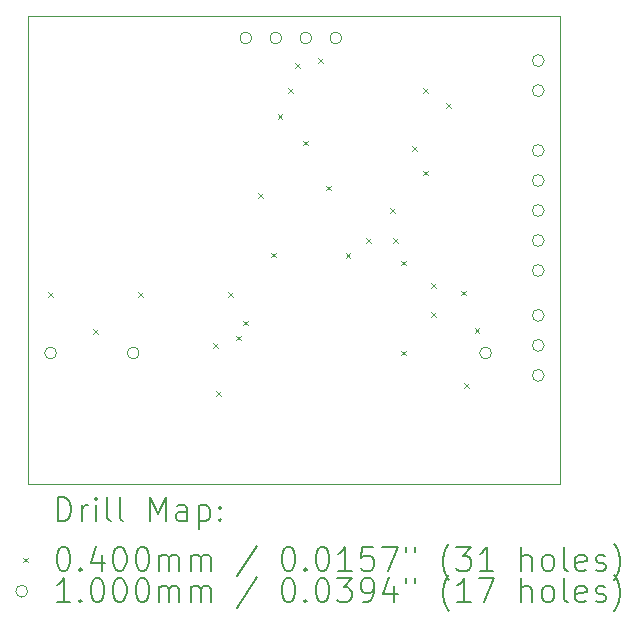
<source format=gbr>
%FSLAX45Y45*%
G04 Gerber Fmt 4.5, Leading zero omitted, Abs format (unit mm)*
G04 Created by KiCad (PCBNEW (6.0.0-0)) date 2022-02-18 10:34:28*
%MOMM*%
%LPD*%
G01*
G04 APERTURE LIST*
%TA.AperFunction,Profile*%
%ADD10C,0.100000*%
%TD*%
%ADD11C,0.200000*%
%ADD12C,0.040000*%
%ADD13C,0.100000*%
G04 APERTURE END LIST*
D10*
X0Y-635000D02*
X4500000Y-635000D01*
X4500000Y-635000D02*
X4500000Y-4600000D01*
X4500000Y-4600000D02*
X0Y-4600000D01*
X0Y-4600000D02*
X0Y-635000D01*
D11*
D12*
X170750Y-2975000D02*
X210750Y-3015000D01*
X210750Y-2975000D02*
X170750Y-3015000D01*
X551500Y-3290950D02*
X591500Y-3330950D01*
X591500Y-3290950D02*
X551500Y-3330950D01*
X932750Y-2975000D02*
X972750Y-3015000D01*
X972750Y-2975000D02*
X932750Y-3015000D01*
X1567500Y-3409000D02*
X1607500Y-3449000D01*
X1607500Y-3409000D02*
X1567500Y-3449000D01*
X1590000Y-3814000D02*
X1630000Y-3854000D01*
X1630000Y-3814000D02*
X1590000Y-3854000D01*
X1694750Y-2975000D02*
X1734750Y-3015000D01*
X1734750Y-2975000D02*
X1694750Y-3015000D01*
X1758000Y-3345500D02*
X1798000Y-3385500D01*
X1798000Y-3345500D02*
X1758000Y-3385500D01*
X1821500Y-3218500D02*
X1861500Y-3258500D01*
X1861500Y-3218500D02*
X1821500Y-3258500D01*
X1948500Y-2139000D02*
X1988500Y-2179000D01*
X1988500Y-2139000D02*
X1948500Y-2179000D01*
X2056000Y-2642000D02*
X2096000Y-2682000D01*
X2096000Y-2642000D02*
X2056000Y-2682000D01*
X2112000Y-1470000D02*
X2152000Y-1510000D01*
X2152000Y-1470000D02*
X2112000Y-1510000D01*
X2201500Y-1250000D02*
X2241500Y-1290000D01*
X2241500Y-1250000D02*
X2201500Y-1290000D01*
X2258050Y-1035099D02*
X2298050Y-1075099D01*
X2298050Y-1035099D02*
X2258050Y-1075099D01*
X2329500Y-1694500D02*
X2369500Y-1734500D01*
X2369500Y-1694500D02*
X2329500Y-1734500D01*
X2456500Y-996000D02*
X2496500Y-1036000D01*
X2496500Y-996000D02*
X2456500Y-1036000D01*
X2520000Y-2075500D02*
X2560000Y-2115500D01*
X2560000Y-2075500D02*
X2520000Y-2115500D01*
X2688000Y-2648000D02*
X2728000Y-2688000D01*
X2728000Y-2648000D02*
X2688000Y-2688000D01*
X2864500Y-2520000D02*
X2904500Y-2560000D01*
X2904500Y-2520000D02*
X2864500Y-2560000D01*
X3064500Y-2266000D02*
X3104500Y-2306000D01*
X3104500Y-2266000D02*
X3064500Y-2306000D01*
X3091500Y-2520000D02*
X3131500Y-2560000D01*
X3131500Y-2520000D02*
X3091500Y-2560000D01*
X3155000Y-2710500D02*
X3195000Y-2750500D01*
X3195000Y-2710500D02*
X3155000Y-2750500D01*
X3155000Y-3472500D02*
X3195000Y-3512500D01*
X3195000Y-3472500D02*
X3155000Y-3512500D01*
X3250000Y-1740000D02*
X3290000Y-1780000D01*
X3290000Y-1740000D02*
X3250000Y-1780000D01*
X3345500Y-1250000D02*
X3385500Y-1290000D01*
X3385500Y-1250000D02*
X3345500Y-1290000D01*
X3345500Y-1948500D02*
X3385500Y-1988500D01*
X3385500Y-1948500D02*
X3345500Y-1988500D01*
X3409000Y-2901000D02*
X3449000Y-2941000D01*
X3449000Y-2901000D02*
X3409000Y-2941000D01*
X3409000Y-3146050D02*
X3449000Y-3186050D01*
X3449000Y-3146050D02*
X3409000Y-3186050D01*
X3536000Y-1377000D02*
X3576000Y-1417000D01*
X3576000Y-1377000D02*
X3536000Y-1417000D01*
X3663000Y-2964500D02*
X3703000Y-3004500D01*
X3703000Y-2964500D02*
X3663000Y-3004500D01*
X3689000Y-3747000D02*
X3729000Y-3787000D01*
X3729000Y-3747000D02*
X3689000Y-3787000D01*
X3781050Y-3282000D02*
X3821050Y-3322000D01*
X3821050Y-3282000D02*
X3781050Y-3322000D01*
D13*
X240500Y-3492500D02*
G75*
G03*
X240500Y-3492500I-50000J0D01*
G01*
X939000Y-3492500D02*
G75*
G03*
X939000Y-3492500I-50000J0D01*
G01*
X1892500Y-825500D02*
G75*
G03*
X1892500Y-825500I-50000J0D01*
G01*
X2146500Y-825500D02*
G75*
G03*
X2146500Y-825500I-50000J0D01*
G01*
X2400500Y-825500D02*
G75*
G03*
X2400500Y-825500I-50000J0D01*
G01*
X2654500Y-825500D02*
G75*
G03*
X2654500Y-825500I-50000J0D01*
G01*
X3923500Y-3492500D02*
G75*
G03*
X3923500Y-3492500I-50000J0D01*
G01*
X4368000Y-1016500D02*
G75*
G03*
X4368000Y-1016500I-50000J0D01*
G01*
X4368000Y-1270500D02*
G75*
G03*
X4368000Y-1270500I-50000J0D01*
G01*
X4368000Y-1778000D02*
G75*
G03*
X4368000Y-1778000I-50000J0D01*
G01*
X4368000Y-2032000D02*
G75*
G03*
X4368000Y-2032000I-50000J0D01*
G01*
X4368000Y-2286000D02*
G75*
G03*
X4368000Y-2286000I-50000J0D01*
G01*
X4368000Y-2540000D02*
G75*
G03*
X4368000Y-2540000I-50000J0D01*
G01*
X4368000Y-2794000D02*
G75*
G03*
X4368000Y-2794000I-50000J0D01*
G01*
X4368000Y-3173500D02*
G75*
G03*
X4368000Y-3173500I-50000J0D01*
G01*
X4368000Y-3427500D02*
G75*
G03*
X4368000Y-3427500I-50000J0D01*
G01*
X4368000Y-3681500D02*
G75*
G03*
X4368000Y-3681500I-50000J0D01*
G01*
D11*
X252619Y-4915476D02*
X252619Y-4715476D01*
X300238Y-4715476D01*
X328810Y-4725000D01*
X347857Y-4744048D01*
X357381Y-4763095D01*
X366905Y-4801190D01*
X366905Y-4829762D01*
X357381Y-4867857D01*
X347857Y-4886905D01*
X328810Y-4905952D01*
X300238Y-4915476D01*
X252619Y-4915476D01*
X452619Y-4915476D02*
X452619Y-4782143D01*
X452619Y-4820238D02*
X462143Y-4801190D01*
X471667Y-4791667D01*
X490714Y-4782143D01*
X509762Y-4782143D01*
X576429Y-4915476D02*
X576429Y-4782143D01*
X576429Y-4715476D02*
X566905Y-4725000D01*
X576429Y-4734524D01*
X585952Y-4725000D01*
X576429Y-4715476D01*
X576429Y-4734524D01*
X700238Y-4915476D02*
X681190Y-4905952D01*
X671667Y-4886905D01*
X671667Y-4715476D01*
X805000Y-4915476D02*
X785952Y-4905952D01*
X776428Y-4886905D01*
X776428Y-4715476D01*
X1033571Y-4915476D02*
X1033571Y-4715476D01*
X1100238Y-4858333D01*
X1166905Y-4715476D01*
X1166905Y-4915476D01*
X1347857Y-4915476D02*
X1347857Y-4810714D01*
X1338333Y-4791667D01*
X1319286Y-4782143D01*
X1281190Y-4782143D01*
X1262143Y-4791667D01*
X1347857Y-4905952D02*
X1328810Y-4915476D01*
X1281190Y-4915476D01*
X1262143Y-4905952D01*
X1252619Y-4886905D01*
X1252619Y-4867857D01*
X1262143Y-4848810D01*
X1281190Y-4839286D01*
X1328810Y-4839286D01*
X1347857Y-4829762D01*
X1443095Y-4782143D02*
X1443095Y-4982143D01*
X1443095Y-4791667D02*
X1462143Y-4782143D01*
X1500238Y-4782143D01*
X1519286Y-4791667D01*
X1528809Y-4801190D01*
X1538333Y-4820238D01*
X1538333Y-4877381D01*
X1528809Y-4896429D01*
X1519286Y-4905952D01*
X1500238Y-4915476D01*
X1462143Y-4915476D01*
X1443095Y-4905952D01*
X1624048Y-4896429D02*
X1633571Y-4905952D01*
X1624048Y-4915476D01*
X1614524Y-4905952D01*
X1624048Y-4896429D01*
X1624048Y-4915476D01*
X1624048Y-4791667D02*
X1633571Y-4801190D01*
X1624048Y-4810714D01*
X1614524Y-4801190D01*
X1624048Y-4791667D01*
X1624048Y-4810714D01*
D12*
X-45000Y-5225000D02*
X-5000Y-5265000D01*
X-5000Y-5225000D02*
X-45000Y-5265000D01*
D11*
X290714Y-5135476D02*
X309762Y-5135476D01*
X328810Y-5145000D01*
X338333Y-5154524D01*
X347857Y-5173571D01*
X357381Y-5211667D01*
X357381Y-5259286D01*
X347857Y-5297381D01*
X338333Y-5316429D01*
X328810Y-5325952D01*
X309762Y-5335476D01*
X290714Y-5335476D01*
X271667Y-5325952D01*
X262143Y-5316429D01*
X252619Y-5297381D01*
X243095Y-5259286D01*
X243095Y-5211667D01*
X252619Y-5173571D01*
X262143Y-5154524D01*
X271667Y-5145000D01*
X290714Y-5135476D01*
X443095Y-5316429D02*
X452619Y-5325952D01*
X443095Y-5335476D01*
X433571Y-5325952D01*
X443095Y-5316429D01*
X443095Y-5335476D01*
X624048Y-5202143D02*
X624048Y-5335476D01*
X576429Y-5125952D02*
X528810Y-5268810D01*
X652619Y-5268810D01*
X766905Y-5135476D02*
X785952Y-5135476D01*
X805000Y-5145000D01*
X814524Y-5154524D01*
X824048Y-5173571D01*
X833571Y-5211667D01*
X833571Y-5259286D01*
X824048Y-5297381D01*
X814524Y-5316429D01*
X805000Y-5325952D01*
X785952Y-5335476D01*
X766905Y-5335476D01*
X747857Y-5325952D01*
X738333Y-5316429D01*
X728809Y-5297381D01*
X719286Y-5259286D01*
X719286Y-5211667D01*
X728809Y-5173571D01*
X738333Y-5154524D01*
X747857Y-5145000D01*
X766905Y-5135476D01*
X957381Y-5135476D02*
X976428Y-5135476D01*
X995476Y-5145000D01*
X1005000Y-5154524D01*
X1014524Y-5173571D01*
X1024048Y-5211667D01*
X1024048Y-5259286D01*
X1014524Y-5297381D01*
X1005000Y-5316429D01*
X995476Y-5325952D01*
X976428Y-5335476D01*
X957381Y-5335476D01*
X938333Y-5325952D01*
X928809Y-5316429D01*
X919286Y-5297381D01*
X909762Y-5259286D01*
X909762Y-5211667D01*
X919286Y-5173571D01*
X928809Y-5154524D01*
X938333Y-5145000D01*
X957381Y-5135476D01*
X1109762Y-5335476D02*
X1109762Y-5202143D01*
X1109762Y-5221190D02*
X1119286Y-5211667D01*
X1138333Y-5202143D01*
X1166905Y-5202143D01*
X1185952Y-5211667D01*
X1195476Y-5230714D01*
X1195476Y-5335476D01*
X1195476Y-5230714D02*
X1205000Y-5211667D01*
X1224048Y-5202143D01*
X1252619Y-5202143D01*
X1271667Y-5211667D01*
X1281190Y-5230714D01*
X1281190Y-5335476D01*
X1376429Y-5335476D02*
X1376429Y-5202143D01*
X1376429Y-5221190D02*
X1385952Y-5211667D01*
X1405000Y-5202143D01*
X1433571Y-5202143D01*
X1452619Y-5211667D01*
X1462143Y-5230714D01*
X1462143Y-5335476D01*
X1462143Y-5230714D02*
X1471667Y-5211667D01*
X1490714Y-5202143D01*
X1519286Y-5202143D01*
X1538333Y-5211667D01*
X1547857Y-5230714D01*
X1547857Y-5335476D01*
X1938333Y-5125952D02*
X1766905Y-5383095D01*
X2195476Y-5135476D02*
X2214524Y-5135476D01*
X2233571Y-5145000D01*
X2243095Y-5154524D01*
X2252619Y-5173571D01*
X2262143Y-5211667D01*
X2262143Y-5259286D01*
X2252619Y-5297381D01*
X2243095Y-5316429D01*
X2233571Y-5325952D01*
X2214524Y-5335476D01*
X2195476Y-5335476D01*
X2176429Y-5325952D01*
X2166905Y-5316429D01*
X2157381Y-5297381D01*
X2147857Y-5259286D01*
X2147857Y-5211667D01*
X2157381Y-5173571D01*
X2166905Y-5154524D01*
X2176429Y-5145000D01*
X2195476Y-5135476D01*
X2347857Y-5316429D02*
X2357381Y-5325952D01*
X2347857Y-5335476D01*
X2338333Y-5325952D01*
X2347857Y-5316429D01*
X2347857Y-5335476D01*
X2481190Y-5135476D02*
X2500238Y-5135476D01*
X2519286Y-5145000D01*
X2528810Y-5154524D01*
X2538333Y-5173571D01*
X2547857Y-5211667D01*
X2547857Y-5259286D01*
X2538333Y-5297381D01*
X2528810Y-5316429D01*
X2519286Y-5325952D01*
X2500238Y-5335476D01*
X2481190Y-5335476D01*
X2462143Y-5325952D01*
X2452619Y-5316429D01*
X2443095Y-5297381D01*
X2433571Y-5259286D01*
X2433571Y-5211667D01*
X2443095Y-5173571D01*
X2452619Y-5154524D01*
X2462143Y-5145000D01*
X2481190Y-5135476D01*
X2738333Y-5335476D02*
X2624048Y-5335476D01*
X2681190Y-5335476D02*
X2681190Y-5135476D01*
X2662143Y-5164048D01*
X2643095Y-5183095D01*
X2624048Y-5192619D01*
X2919286Y-5135476D02*
X2824048Y-5135476D01*
X2814524Y-5230714D01*
X2824048Y-5221190D01*
X2843095Y-5211667D01*
X2890714Y-5211667D01*
X2909762Y-5221190D01*
X2919286Y-5230714D01*
X2928809Y-5249762D01*
X2928809Y-5297381D01*
X2919286Y-5316429D01*
X2909762Y-5325952D01*
X2890714Y-5335476D01*
X2843095Y-5335476D01*
X2824048Y-5325952D01*
X2814524Y-5316429D01*
X2995476Y-5135476D02*
X3128809Y-5135476D01*
X3043095Y-5335476D01*
X3195476Y-5135476D02*
X3195476Y-5173571D01*
X3271667Y-5135476D02*
X3271667Y-5173571D01*
X3566905Y-5411667D02*
X3557381Y-5402143D01*
X3538333Y-5373571D01*
X3528809Y-5354524D01*
X3519286Y-5325952D01*
X3509762Y-5278333D01*
X3509762Y-5240238D01*
X3519286Y-5192619D01*
X3528809Y-5164048D01*
X3538333Y-5145000D01*
X3557381Y-5116429D01*
X3566905Y-5106905D01*
X3624048Y-5135476D02*
X3747857Y-5135476D01*
X3681190Y-5211667D01*
X3709762Y-5211667D01*
X3728809Y-5221190D01*
X3738333Y-5230714D01*
X3747857Y-5249762D01*
X3747857Y-5297381D01*
X3738333Y-5316429D01*
X3728809Y-5325952D01*
X3709762Y-5335476D01*
X3652619Y-5335476D01*
X3633571Y-5325952D01*
X3624048Y-5316429D01*
X3938333Y-5335476D02*
X3824048Y-5335476D01*
X3881190Y-5335476D02*
X3881190Y-5135476D01*
X3862143Y-5164048D01*
X3843095Y-5183095D01*
X3824048Y-5192619D01*
X4176428Y-5335476D02*
X4176428Y-5135476D01*
X4262143Y-5335476D02*
X4262143Y-5230714D01*
X4252619Y-5211667D01*
X4233571Y-5202143D01*
X4205000Y-5202143D01*
X4185952Y-5211667D01*
X4176428Y-5221190D01*
X4385952Y-5335476D02*
X4366905Y-5325952D01*
X4357381Y-5316429D01*
X4347857Y-5297381D01*
X4347857Y-5240238D01*
X4357381Y-5221190D01*
X4366905Y-5211667D01*
X4385952Y-5202143D01*
X4414524Y-5202143D01*
X4433571Y-5211667D01*
X4443095Y-5221190D01*
X4452619Y-5240238D01*
X4452619Y-5297381D01*
X4443095Y-5316429D01*
X4433571Y-5325952D01*
X4414524Y-5335476D01*
X4385952Y-5335476D01*
X4566905Y-5335476D02*
X4547857Y-5325952D01*
X4538333Y-5306905D01*
X4538333Y-5135476D01*
X4719286Y-5325952D02*
X4700238Y-5335476D01*
X4662143Y-5335476D01*
X4643095Y-5325952D01*
X4633571Y-5306905D01*
X4633571Y-5230714D01*
X4643095Y-5211667D01*
X4662143Y-5202143D01*
X4700238Y-5202143D01*
X4719286Y-5211667D01*
X4728810Y-5230714D01*
X4728810Y-5249762D01*
X4633571Y-5268810D01*
X4805000Y-5325952D02*
X4824048Y-5335476D01*
X4862143Y-5335476D01*
X4881190Y-5325952D01*
X4890714Y-5306905D01*
X4890714Y-5297381D01*
X4881190Y-5278333D01*
X4862143Y-5268810D01*
X4833571Y-5268810D01*
X4814524Y-5259286D01*
X4805000Y-5240238D01*
X4805000Y-5230714D01*
X4814524Y-5211667D01*
X4833571Y-5202143D01*
X4862143Y-5202143D01*
X4881190Y-5211667D01*
X4957381Y-5411667D02*
X4966905Y-5402143D01*
X4985952Y-5373571D01*
X4995476Y-5354524D01*
X5005000Y-5325952D01*
X5014524Y-5278333D01*
X5014524Y-5240238D01*
X5005000Y-5192619D01*
X4995476Y-5164048D01*
X4985952Y-5145000D01*
X4966905Y-5116429D01*
X4957381Y-5106905D01*
D13*
X-5000Y-5509000D02*
G75*
G03*
X-5000Y-5509000I-50000J0D01*
G01*
D11*
X357381Y-5599476D02*
X243095Y-5599476D01*
X300238Y-5599476D02*
X300238Y-5399476D01*
X281190Y-5428048D01*
X262143Y-5447095D01*
X243095Y-5456619D01*
X443095Y-5580429D02*
X452619Y-5589952D01*
X443095Y-5599476D01*
X433571Y-5589952D01*
X443095Y-5580429D01*
X443095Y-5599476D01*
X576429Y-5399476D02*
X595476Y-5399476D01*
X614524Y-5409000D01*
X624048Y-5418524D01*
X633571Y-5437571D01*
X643095Y-5475667D01*
X643095Y-5523286D01*
X633571Y-5561381D01*
X624048Y-5580429D01*
X614524Y-5589952D01*
X595476Y-5599476D01*
X576429Y-5599476D01*
X557381Y-5589952D01*
X547857Y-5580429D01*
X538333Y-5561381D01*
X528810Y-5523286D01*
X528810Y-5475667D01*
X538333Y-5437571D01*
X547857Y-5418524D01*
X557381Y-5409000D01*
X576429Y-5399476D01*
X766905Y-5399476D02*
X785952Y-5399476D01*
X805000Y-5409000D01*
X814524Y-5418524D01*
X824048Y-5437571D01*
X833571Y-5475667D01*
X833571Y-5523286D01*
X824048Y-5561381D01*
X814524Y-5580429D01*
X805000Y-5589952D01*
X785952Y-5599476D01*
X766905Y-5599476D01*
X747857Y-5589952D01*
X738333Y-5580429D01*
X728809Y-5561381D01*
X719286Y-5523286D01*
X719286Y-5475667D01*
X728809Y-5437571D01*
X738333Y-5418524D01*
X747857Y-5409000D01*
X766905Y-5399476D01*
X957381Y-5399476D02*
X976428Y-5399476D01*
X995476Y-5409000D01*
X1005000Y-5418524D01*
X1014524Y-5437571D01*
X1024048Y-5475667D01*
X1024048Y-5523286D01*
X1014524Y-5561381D01*
X1005000Y-5580429D01*
X995476Y-5589952D01*
X976428Y-5599476D01*
X957381Y-5599476D01*
X938333Y-5589952D01*
X928809Y-5580429D01*
X919286Y-5561381D01*
X909762Y-5523286D01*
X909762Y-5475667D01*
X919286Y-5437571D01*
X928809Y-5418524D01*
X938333Y-5409000D01*
X957381Y-5399476D01*
X1109762Y-5599476D02*
X1109762Y-5466143D01*
X1109762Y-5485190D02*
X1119286Y-5475667D01*
X1138333Y-5466143D01*
X1166905Y-5466143D01*
X1185952Y-5475667D01*
X1195476Y-5494714D01*
X1195476Y-5599476D01*
X1195476Y-5494714D02*
X1205000Y-5475667D01*
X1224048Y-5466143D01*
X1252619Y-5466143D01*
X1271667Y-5475667D01*
X1281190Y-5494714D01*
X1281190Y-5599476D01*
X1376429Y-5599476D02*
X1376429Y-5466143D01*
X1376429Y-5485190D02*
X1385952Y-5475667D01*
X1405000Y-5466143D01*
X1433571Y-5466143D01*
X1452619Y-5475667D01*
X1462143Y-5494714D01*
X1462143Y-5599476D01*
X1462143Y-5494714D02*
X1471667Y-5475667D01*
X1490714Y-5466143D01*
X1519286Y-5466143D01*
X1538333Y-5475667D01*
X1547857Y-5494714D01*
X1547857Y-5599476D01*
X1938333Y-5389952D02*
X1766905Y-5647095D01*
X2195476Y-5399476D02*
X2214524Y-5399476D01*
X2233571Y-5409000D01*
X2243095Y-5418524D01*
X2252619Y-5437571D01*
X2262143Y-5475667D01*
X2262143Y-5523286D01*
X2252619Y-5561381D01*
X2243095Y-5580429D01*
X2233571Y-5589952D01*
X2214524Y-5599476D01*
X2195476Y-5599476D01*
X2176429Y-5589952D01*
X2166905Y-5580429D01*
X2157381Y-5561381D01*
X2147857Y-5523286D01*
X2147857Y-5475667D01*
X2157381Y-5437571D01*
X2166905Y-5418524D01*
X2176429Y-5409000D01*
X2195476Y-5399476D01*
X2347857Y-5580429D02*
X2357381Y-5589952D01*
X2347857Y-5599476D01*
X2338333Y-5589952D01*
X2347857Y-5580429D01*
X2347857Y-5599476D01*
X2481190Y-5399476D02*
X2500238Y-5399476D01*
X2519286Y-5409000D01*
X2528810Y-5418524D01*
X2538333Y-5437571D01*
X2547857Y-5475667D01*
X2547857Y-5523286D01*
X2538333Y-5561381D01*
X2528810Y-5580429D01*
X2519286Y-5589952D01*
X2500238Y-5599476D01*
X2481190Y-5599476D01*
X2462143Y-5589952D01*
X2452619Y-5580429D01*
X2443095Y-5561381D01*
X2433571Y-5523286D01*
X2433571Y-5475667D01*
X2443095Y-5437571D01*
X2452619Y-5418524D01*
X2462143Y-5409000D01*
X2481190Y-5399476D01*
X2614524Y-5399476D02*
X2738333Y-5399476D01*
X2671667Y-5475667D01*
X2700238Y-5475667D01*
X2719286Y-5485190D01*
X2728810Y-5494714D01*
X2738333Y-5513762D01*
X2738333Y-5561381D01*
X2728810Y-5580429D01*
X2719286Y-5589952D01*
X2700238Y-5599476D01*
X2643095Y-5599476D01*
X2624048Y-5589952D01*
X2614524Y-5580429D01*
X2833571Y-5599476D02*
X2871667Y-5599476D01*
X2890714Y-5589952D01*
X2900238Y-5580429D01*
X2919286Y-5551857D01*
X2928809Y-5513762D01*
X2928809Y-5437571D01*
X2919286Y-5418524D01*
X2909762Y-5409000D01*
X2890714Y-5399476D01*
X2852619Y-5399476D01*
X2833571Y-5409000D01*
X2824048Y-5418524D01*
X2814524Y-5437571D01*
X2814524Y-5485190D01*
X2824048Y-5504238D01*
X2833571Y-5513762D01*
X2852619Y-5523286D01*
X2890714Y-5523286D01*
X2909762Y-5513762D01*
X2919286Y-5504238D01*
X2928809Y-5485190D01*
X3100238Y-5466143D02*
X3100238Y-5599476D01*
X3052619Y-5389952D02*
X3005000Y-5532810D01*
X3128809Y-5532810D01*
X3195476Y-5399476D02*
X3195476Y-5437571D01*
X3271667Y-5399476D02*
X3271667Y-5437571D01*
X3566905Y-5675667D02*
X3557381Y-5666143D01*
X3538333Y-5637571D01*
X3528809Y-5618524D01*
X3519286Y-5589952D01*
X3509762Y-5542333D01*
X3509762Y-5504238D01*
X3519286Y-5456619D01*
X3528809Y-5428048D01*
X3538333Y-5409000D01*
X3557381Y-5380429D01*
X3566905Y-5370905D01*
X3747857Y-5599476D02*
X3633571Y-5599476D01*
X3690714Y-5599476D02*
X3690714Y-5399476D01*
X3671667Y-5428048D01*
X3652619Y-5447095D01*
X3633571Y-5456619D01*
X3814524Y-5399476D02*
X3947857Y-5399476D01*
X3862143Y-5599476D01*
X4176428Y-5599476D02*
X4176428Y-5399476D01*
X4262143Y-5599476D02*
X4262143Y-5494714D01*
X4252619Y-5475667D01*
X4233571Y-5466143D01*
X4205000Y-5466143D01*
X4185952Y-5475667D01*
X4176428Y-5485190D01*
X4385952Y-5599476D02*
X4366905Y-5589952D01*
X4357381Y-5580429D01*
X4347857Y-5561381D01*
X4347857Y-5504238D01*
X4357381Y-5485190D01*
X4366905Y-5475667D01*
X4385952Y-5466143D01*
X4414524Y-5466143D01*
X4433571Y-5475667D01*
X4443095Y-5485190D01*
X4452619Y-5504238D01*
X4452619Y-5561381D01*
X4443095Y-5580429D01*
X4433571Y-5589952D01*
X4414524Y-5599476D01*
X4385952Y-5599476D01*
X4566905Y-5599476D02*
X4547857Y-5589952D01*
X4538333Y-5570905D01*
X4538333Y-5399476D01*
X4719286Y-5589952D02*
X4700238Y-5599476D01*
X4662143Y-5599476D01*
X4643095Y-5589952D01*
X4633571Y-5570905D01*
X4633571Y-5494714D01*
X4643095Y-5475667D01*
X4662143Y-5466143D01*
X4700238Y-5466143D01*
X4719286Y-5475667D01*
X4728810Y-5494714D01*
X4728810Y-5513762D01*
X4633571Y-5532810D01*
X4805000Y-5589952D02*
X4824048Y-5599476D01*
X4862143Y-5599476D01*
X4881190Y-5589952D01*
X4890714Y-5570905D01*
X4890714Y-5561381D01*
X4881190Y-5542333D01*
X4862143Y-5532810D01*
X4833571Y-5532810D01*
X4814524Y-5523286D01*
X4805000Y-5504238D01*
X4805000Y-5494714D01*
X4814524Y-5475667D01*
X4833571Y-5466143D01*
X4862143Y-5466143D01*
X4881190Y-5475667D01*
X4957381Y-5675667D02*
X4966905Y-5666143D01*
X4985952Y-5637571D01*
X4995476Y-5618524D01*
X5005000Y-5589952D01*
X5014524Y-5542333D01*
X5014524Y-5504238D01*
X5005000Y-5456619D01*
X4995476Y-5428048D01*
X4985952Y-5409000D01*
X4966905Y-5380429D01*
X4957381Y-5370905D01*
M02*

</source>
